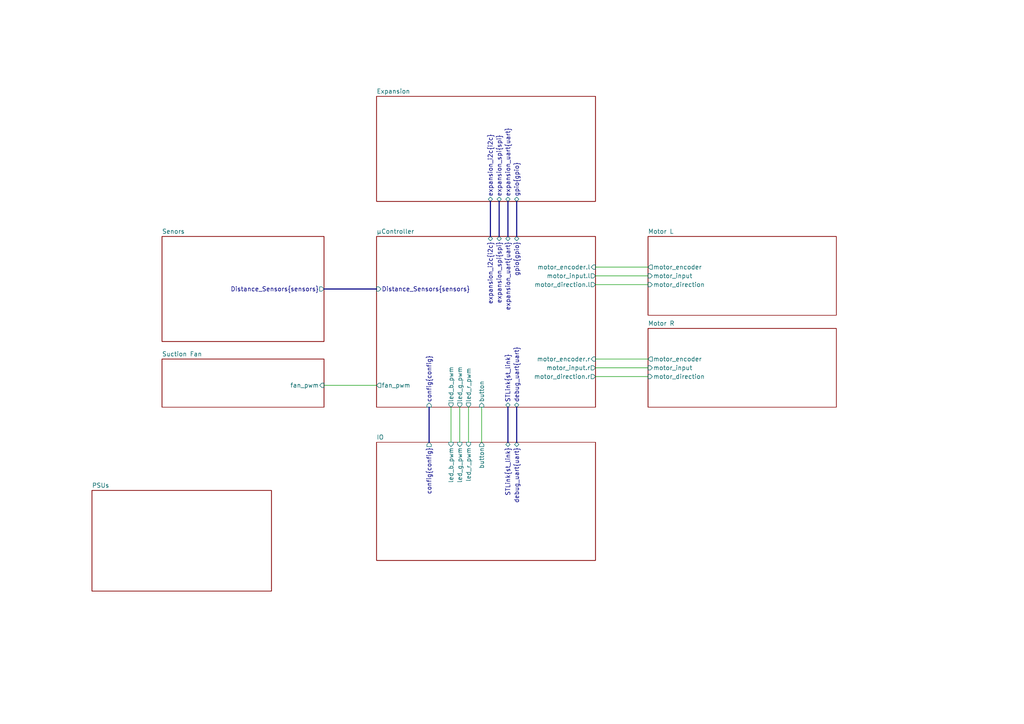
<source format=kicad_sch>
(kicad_sch
	(version 20231120)
	(generator "eeschema")
	(generator_version "8.0")
	(uuid "3c62a891-8863-466e-8190-19a2bda18860")
	(paper "A4")
	(lib_symbols)
	(bus_alias "config"
		(members)
	)
	(bus_alias "sensors"
		(members "sensor1" "sensor2" "sensor3" "sensor4" "sensor5" "sensor6" "sensor7")
	)
	(wire
		(pts
			(xy 172.72 106.68) (xy 187.96 106.68)
		)
		(stroke
			(width 0)
			(type default)
		)
		(uuid "06e571b9-1626-47e0-a23b-f9aa7964344a")
	)
	(wire
		(pts
			(xy 133.35 118.11) (xy 133.35 128.27)
		)
		(stroke
			(width 0)
			(type default)
		)
		(uuid "0968524e-93c2-427f-9263-9f43e0daebed")
	)
	(bus
		(pts
			(xy 149.86 118.11) (xy 149.86 128.27)
		)
		(stroke
			(width 0)
			(type default)
		)
		(uuid "0aad5251-3c8c-471f-ab1a-78baf9e60867")
	)
	(wire
		(pts
			(xy 135.89 118.11) (xy 135.89 128.27)
		)
		(stroke
			(width 0)
			(type default)
		)
		(uuid "13b1c418-8921-4450-9644-e30182b827be")
	)
	(wire
		(pts
			(xy 172.72 77.47) (xy 187.96 77.47)
		)
		(stroke
			(width 0)
			(type default)
		)
		(uuid "17870f6f-236e-4418-a425-051017c9383e")
	)
	(wire
		(pts
			(xy 139.7 118.11) (xy 139.7 128.27)
		)
		(stroke
			(width 0)
			(type default)
		)
		(uuid "1eb4b318-eb57-4c0f-a5e3-d783bc46f7a3")
	)
	(wire
		(pts
			(xy 130.81 118.11) (xy 130.81 128.27)
		)
		(stroke
			(width 0)
			(type default)
		)
		(uuid "22326c48-044e-4757-8f13-6bc96eac8edd")
	)
	(wire
		(pts
			(xy 172.72 109.22) (xy 187.96 109.22)
		)
		(stroke
			(width 0)
			(type default)
		)
		(uuid "2fabb15a-54cd-472b-b12a-0181a3e0c4c8")
	)
	(wire
		(pts
			(xy 93.98 111.76) (xy 109.22 111.76)
		)
		(stroke
			(width 0)
			(type default)
		)
		(uuid "3b1abda9-5e1d-43ed-abe8-58d0e9d7ff04")
	)
	(bus
		(pts
			(xy 124.46 118.11) (xy 124.46 128.27)
		)
		(stroke
			(width 0)
			(type default)
		)
		(uuid "50d3bd0c-2af7-4e48-b9b7-cd6fcfbb3eab")
	)
	(wire
		(pts
			(xy 172.72 80.01) (xy 187.96 80.01)
		)
		(stroke
			(width 0)
			(type default)
		)
		(uuid "5619e81c-916c-445d-837d-ab49ad3720f8")
	)
	(bus
		(pts
			(xy 147.32 58.42) (xy 147.32 68.58)
		)
		(stroke
			(width 0)
			(type default)
		)
		(uuid "63cea41d-f408-4c3b-8354-d773a5a8ed78")
	)
	(wire
		(pts
			(xy 172.72 104.14) (xy 187.96 104.14)
		)
		(stroke
			(width 0)
			(type default)
		)
		(uuid "886da8b5-1193-4bc5-8b5a-4364d06be832")
	)
	(bus
		(pts
			(xy 93.98 83.82) (xy 109.22 83.82)
		)
		(stroke
			(width 0)
			(type default)
		)
		(uuid "897d72c0-933f-449d-b2e1-dd6007ac03bd")
	)
	(bus
		(pts
			(xy 144.78 58.42) (xy 144.78 68.58)
		)
		(stroke
			(width 0)
			(type default)
		)
		(uuid "8d8f3c1d-2e9f-4052-a8a6-d66af63d3bf9")
	)
	(bus
		(pts
			(xy 142.24 58.42) (xy 142.24 68.58)
		)
		(stroke
			(width 0)
			(type default)
		)
		(uuid "f76d688f-7725-4618-a9a9-26137f3da939")
	)
	(bus
		(pts
			(xy 147.32 118.11) (xy 147.32 128.27)
		)
		(stroke
			(width 0)
			(type default)
		)
		(uuid "f84e6937-394f-4d8b-a852-6295b8d67e98")
	)
	(wire
		(pts
			(xy 172.72 82.55) (xy 187.96 82.55)
		)
		(stroke
			(width 0)
			(type default)
		)
		(uuid "fc9a5a4f-caca-49db-84fe-98140fecbb5c")
	)
	(bus
		(pts
			(xy 149.86 58.42) (xy 149.86 68.58)
		)
		(stroke
			(width 0)
			(type default)
		)
		(uuid "ff2d91e6-04ef-4e43-b775-493767dd54ae")
	)
	(sheet
		(at 46.99 104.14)
		(size 46.99 13.97)
		(fields_autoplaced yes)
		(stroke
			(width 0.1524)
			(type solid)
		)
		(fill
			(color 0 0 0 0.0000)
		)
		(uuid "31228238-3449-4aa3-9d27-95de311d5aed")
		(property "Sheetname" "Suction Fan"
			(at 46.99 103.4284 0)
			(effects
				(font
					(size 1.27 1.27)
				)
				(justify left bottom)
			)
		)
		(property "Sheetfile" "subschematics/fan.kicad_sch"
			(at 46.99 118.6946 0)
			(effects
				(font
					(size 1.27 1.27)
				)
				(justify left top)
				(hide yes)
			)
		)
		(pin "fan_pwm" input
			(at 93.98 111.76 0)
			(effects
				(font
					(size 1.27 1.27)
				)
				(justify right)
			)
			(uuid "a67dd16f-e70e-47c0-af49-63602e15384d")
		)
		(instances
			(project "µMouse"
				(path "/3c62a891-8863-466e-8190-19a2bda18860"
					(page "6")
				)
			)
		)
	)
	(sheet
		(at 109.22 27.94)
		(size 63.5 30.48)
		(fields_autoplaced yes)
		(stroke
			(width 0.1524)
			(type solid)
		)
		(fill
			(color 0 0 0 0.0000)
		)
		(uuid "3457b899-9e5c-4e63-aa11-358a50e1625e")
		(property "Sheetname" "Expansion"
			(at 109.22 27.2284 0)
			(effects
				(font
					(size 1.27 1.27)
				)
				(justify left bottom)
			)
		)
		(property "Sheetfile" "subschematics/expansion.kicad_sch"
			(at 109.22 59.0046 0)
			(effects
				(font
					(size 1.27 1.27)
				)
				(justify left top)
				(hide yes)
			)
		)
		(pin "gpio{gpio}" bidirectional
			(at 149.86 58.42 270)
			(effects
				(font
					(size 1.27 1.27)
				)
				(justify left)
			)
			(uuid "20308992-28dc-422f-81ce-67cf8a9e9013")
		)
		(pin "expansion_uart{uart}" bidirectional
			(at 147.32 58.42 270)
			(effects
				(font
					(size 1.27 1.27)
				)
				(justify left)
			)
			(uuid "afc64c9b-ddd8-46a0-86c9-d6c2a6e39885")
		)
		(pin "expansion_i2c{i2c}" bidirectional
			(at 142.24 58.42 270)
			(effects
				(font
					(size 1.27 1.27)
				)
				(justify left)
			)
			(uuid "699a25d2-16f4-4b49-996a-a73c65352a03")
		)
		(pin "expansion_spi{spi}" bidirectional
			(at 144.78 58.42 270)
			(effects
				(font
					(size 1.27 1.27)
				)
				(justify left)
			)
			(uuid "efc498b9-856b-4932-8f50-69f8d526735c")
		)
		(instances
			(project "µMouse"
				(path "/3c62a891-8863-466e-8190-19a2bda18860"
					(page "5")
				)
			)
		)
	)
	(sheet
		(at 109.22 68.58)
		(size 63.5 49.53)
		(fields_autoplaced yes)
		(stroke
			(width 0.1524)
			(type solid)
		)
		(fill
			(color 0 0 0 0.0000)
		)
		(uuid "56ae1f4c-79d6-457b-8d25-514507f0f5ea")
		(property "Sheetname" "µController"
			(at 109.22 67.8684 0)
			(effects
				(font
					(size 1.27 1.27)
				)
				(justify left bottom)
			)
		)
		(property "Sheetfile" "subschematics/µcontroller.kicad_sch"
			(at 109.22 118.6946 0)
			(effects
				(font
					(size 1.27 1.27)
				)
				(justify left top)
				(hide yes)
			)
		)
		(pin "motor_encoder.l" input
			(at 172.72 77.47 0)
			(effects
				(font
					(size 1.27 1.27)
				)
				(justify right)
			)
			(uuid "16bb7387-783c-4e2c-a485-fd4baf0f4a2c")
		)
		(pin "motor_input.l" output
			(at 172.72 80.01 0)
			(effects
				(font
					(size 1.27 1.27)
				)
				(justify right)
			)
			(uuid "59a074b7-0097-406a-8181-90c95103f71d")
		)
		(pin "motor_encoder.r" input
			(at 172.72 104.14 0)
			(effects
				(font
					(size 1.27 1.27)
				)
				(justify right)
			)
			(uuid "11410484-8715-4359-94eb-4b29409e2c03")
		)
		(pin "motor_input.r" output
			(at 172.72 106.68 0)
			(effects
				(font
					(size 1.27 1.27)
				)
				(justify right)
			)
			(uuid "8f9c31fa-e76b-488c-8fa5-4bcb29d45135")
		)
		(pin "fan_pwm" output
			(at 109.22 111.76 180)
			(effects
				(font
					(size 1.27 1.27)
				)
				(justify left)
			)
			(uuid "7e5f51f8-7990-4f3f-97cf-b614ad8be93c")
		)
		(pin "motor_direction.l" output
			(at 172.72 82.55 0)
			(effects
				(font
					(size 1.27 1.27)
				)
				(justify right)
			)
			(uuid "03aa4214-ff3e-4719-9c93-5829e30098fe")
		)
		(pin "motor_direction.r" output
			(at 172.72 109.22 0)
			(effects
				(font
					(size 1.27 1.27)
				)
				(justify right)
			)
			(uuid "32d2e4f7-e517-4d27-ad13-d2e3d77a8c49")
		)
		(pin "button" input
			(at 139.7 118.11 270)
			(effects
				(font
					(size 1.27 1.27)
				)
				(justify left)
			)
			(uuid "617dfdc2-b116-486b-9a09-8afd0c2f968f")
		)
		(pin "led_r_pwm" output
			(at 135.89 118.11 270)
			(effects
				(font
					(size 1.27 1.27)
				)
				(justify left)
			)
			(uuid "cf806c4e-1a93-4156-9f66-6e421f0f5da4")
		)
		(pin "led_g_pwm" output
			(at 133.35 118.11 270)
			(effects
				(font
					(size 1.27 1.27)
				)
				(justify left)
			)
			(uuid "550bff9f-37fa-44db-ac98-12a7543cbf1c")
		)
		(pin "led_b_pwm" output
			(at 130.81 118.11 270)
			(effects
				(font
					(size 1.27 1.27)
				)
				(justify left)
			)
			(uuid "e441d45e-e9b2-43df-9065-db6ddb78836c")
		)
		(pin "config{config}" input
			(at 124.46 118.11 270)
			(effects
				(font
					(size 1.27 1.27)
				)
				(justify left)
			)
			(uuid "26ef0b1d-7dc7-4cfe-946b-d27743028b84")
		)
		(pin "STLink{st_link}" bidirectional
			(at 147.32 118.11 270)
			(effects
				(font
					(size 1.27 1.27)
				)
				(justify left)
			)
			(uuid "7c386b0d-c591-4599-8d77-86020937f357")
		)
		(pin "Distance_Sensors{sensors}" input
			(at 109.22 83.82 180)
			(effects
				(font
					(size 1.27 1.27)
				)
				(justify left)
			)
			(uuid "aa930b32-9140-4d89-a140-473fde7cbceb")
		)
		(pin "debug_uart{uart}" bidirectional
			(at 149.86 118.11 270)
			(effects
				(font
					(size 1.27 1.27)
				)
				(justify left)
			)
			(uuid "3f6de231-6c62-49f4-adac-f970d084098f")
		)
		(pin "gpio{gpio}" bidirectional
			(at 149.86 68.58 90)
			(effects
				(font
					(size 1.27 1.27)
				)
				(justify right)
			)
			(uuid "24982af0-1f68-410f-88ad-03b42b5c8740")
		)
		(pin "expansion_uart{uart}" bidirectional
			(at 147.32 68.58 90)
			(effects
				(font
					(size 1.27 1.27)
				)
				(justify right)
			)
			(uuid "c836d04a-0120-490b-bf54-5972fbf352bb")
		)
		(pin "expansion_spi{spi}" bidirectional
			(at 144.78 68.58 90)
			(effects
				(font
					(size 1.27 1.27)
				)
				(justify right)
			)
			(uuid "8d683cb7-1cec-4bf0-b358-f731fc46e349")
		)
		(pin "expansion_i2c{i2c}" bidirectional
			(at 142.24 68.58 90)
			(effects
				(font
					(size 1.27 1.27)
				)
				(justify right)
			)
			(uuid "0681f581-71a8-4164-a84d-b9e47d4e3d09")
		)
		(instances
			(project "µMouse"
				(path "/3c62a891-8863-466e-8190-19a2bda18860"
					(page "2")
				)
			)
		)
	)
	(sheet
		(at 46.99 68.58)
		(size 46.99 30.48)
		(fields_autoplaced yes)
		(stroke
			(width 0.1524)
			(type solid)
		)
		(fill
			(color 0 0 0 0.0000)
		)
		(uuid "58e14703-59d8-4477-8312-094fdeb006e4")
		(property "Sheetname" "Senors"
			(at 46.99 67.8684 0)
			(effects
				(font
					(size 1.27 1.27)
				)
				(justify left bottom)
			)
		)
		(property "Sheetfile" "subschematics/sensors.kicad_sch"
			(at 46.99 99.6446 0)
			(effects
				(font
					(size 1.27 1.27)
				)
				(justify left top)
				(hide yes)
			)
		)
		(pin "Distance_Sensors{sensors}" output
			(at 93.98 83.82 0)
			(effects
				(font
					(size 1.27 1.27)
				)
				(justify right)
			)
			(uuid "1cbf7762-8346-456a-8070-d9fcd632d473")
		)
		(instances
			(project "µMouse"
				(path "/3c62a891-8863-466e-8190-19a2bda18860"
					(page "4")
				)
			)
		)
	)
	(sheet
		(at 187.96 68.58)
		(size 54.61 22.86)
		(fields_autoplaced yes)
		(stroke
			(width 0.1524)
			(type solid)
		)
		(fill
			(color 0 0 0 0.0000)
		)
		(uuid "8cc544a1-d412-46af-9750-451fa58f2b37")
		(property "Sheetname" "Motor L"
			(at 187.96 67.8684 0)
			(effects
				(font
					(size 1.27 1.27)
				)
				(justify left bottom)
			)
		)
		(property "Sheetfile" "subschematics/motor.kicad_sch"
			(at 187.96 92.0246 0)
			(effects
				(font
					(size 1.27 1.27)
				)
				(justify left top)
				(hide yes)
			)
		)
		(pin "motor_encoder" output
			(at 187.96 77.47 180)
			(effects
				(font
					(size 1.27 1.27)
				)
				(justify left)
			)
			(uuid "7ae0dd95-89a6-4b58-a65c-4a376ff298cb")
		)
		(pin "motor_input" input
			(at 187.96 80.01 180)
			(effects
				(font
					(size 1.27 1.27)
				)
				(justify left)
			)
			(uuid "d542822c-64c1-42fc-be1e-50fbad33af7a")
		)
		(pin "motor_direction" input
			(at 187.96 82.55 180)
			(effects
				(font
					(size 1.27 1.27)
				)
				(justify left)
			)
			(uuid "ea8eda73-e9d3-43b5-9769-1befd50ad015")
		)
		(instances
			(project "µMouse"
				(path "/3c62a891-8863-466e-8190-19a2bda18860"
					(page "7")
				)
			)
		)
	)
	(sheet
		(at 187.96 95.25)
		(size 54.61 22.86)
		(fields_autoplaced yes)
		(stroke
			(width 0.1524)
			(type solid)
		)
		(fill
			(color 0 0 0 0.0000)
		)
		(uuid "9257cab7-21c5-42b0-aa77-a797ab8818cb")
		(property "Sheetname" "Motor R"
			(at 187.96 94.5384 0)
			(effects
				(font
					(size 1.27 1.27)
				)
				(justify left bottom)
			)
		)
		(property "Sheetfile" "subschematics/motor.kicad_sch"
			(at 187.96 118.6946 0)
			(effects
				(font
					(size 1.27 1.27)
				)
				(justify left top)
				(hide yes)
			)
		)
		(pin "motor_encoder" output
			(at 187.96 104.14 180)
			(effects
				(font
					(size 1.27 1.27)
				)
				(justify left)
			)
			(uuid "23e03294-90bb-496f-b1e7-aaea94cac4f6")
		)
		(pin "motor_input" input
			(at 187.96 106.68 180)
			(effects
				(font
					(size 1.27 1.27)
				)
				(justify left)
			)
			(uuid "57d72be6-78f0-4b53-9371-97082a993278")
		)
		(pin "motor_direction" input
			(at 187.96 109.22 180)
			(effects
				(font
					(size 1.27 1.27)
				)
				(justify left)
			)
			(uuid "ae6bcec4-9d41-4319-b50b-7e32df1463f4")
		)
		(instances
			(project "µMouse"
				(path "/3c62a891-8863-466e-8190-19a2bda18860"
					(page "8")
				)
			)
		)
	)
	(sheet
		(at 26.67 142.24)
		(size 52.07 29.21)
		(fields_autoplaced yes)
		(stroke
			(width 0.1524)
			(type solid)
		)
		(fill
			(color 0 0 0 0.0000)
		)
		(uuid "f5b179b0-c233-4b3c-97ca-fc425d5df3b3")
		(property "Sheetname" "PSUs"
			(at 26.67 141.5284 0)
			(effects
				(font
					(size 1.27 1.27)
				)
				(justify left bottom)
			)
		)
		(property "Sheetfile" "subschematics/power.kicad_sch"
			(at 26.67 172.0346 0)
			(effects
				(font
					(size 1.27 1.27)
				)
				(justify left top)
				(hide yes)
			)
		)
		(instances
			(project "µMouse"
				(path "/3c62a891-8863-466e-8190-19a2bda18860"
					(page "9")
				)
			)
		)
	)
	(sheet
		(at 109.22 128.27)
		(size 63.5 34.29)
		(fields_autoplaced yes)
		(stroke
			(width 0.1524)
			(type solid)
		)
		(fill
			(color 0 0 0 0.0000)
		)
		(uuid "f8d36680-f3c6-4fe1-ac1d-586f2660ef54")
		(property "Sheetname" "IO"
			(at 109.22 127.5584 0)
			(effects
				(font
					(size 1.27 1.27)
				)
				(justify left bottom)
			)
		)
		(property "Sheetfile" "subschematics/io.kicad_sch"
			(at 109.22 163.1446 0)
			(effects
				(font
					(size 1.27 1.27)
				)
				(justify left top)
				(hide yes)
			)
		)
		(pin "led_b_pwm" input
			(at 130.81 128.27 90)
			(effects
				(font
					(size 1.27 1.27)
				)
				(justify right)
			)
			(uuid "836bc86e-b93d-45c9-81b8-1dba6e6f2ded")
		)
		(pin "button" output
			(at 139.7 128.27 90)
			(effects
				(font
					(size 1.27 1.27)
				)
				(justify right)
			)
			(uuid "5a51920f-23e7-40b8-9e9c-cd62fbd96cba")
		)
		(pin "led_g_pwm" input
			(at 133.35 128.27 90)
			(effects
				(font
					(size 1.27 1.27)
				)
				(justify right)
			)
			(uuid "0dd5b17b-8ca8-44d7-9aac-2898b80046a6")
		)
		(pin "led_r_pwm" input
			(at 135.89 128.27 90)
			(effects
				(font
					(size 1.27 1.27)
				)
				(justify right)
			)
			(uuid "29804152-16a1-4194-9145-18f91d370240")
		)
		(pin "config{config}" output
			(at 124.46 128.27 90)
			(effects
				(font
					(size 1.27 1.27)
				)
				(justify right)
			)
			(uuid "97ead708-23bc-4378-be78-b2a6978aec65")
		)
		(pin "STLink{st_link}" bidirectional
			(at 147.32 128.27 90)
			(effects
				(font
					(size 1.27 1.27)
				)
				(justify right)
			)
			(uuid "20b8da7d-785c-463f-9041-f812696ce3da")
		)
		(pin "debug_uart{uart}" bidirectional
			(at 149.86 128.27 90)
			(effects
				(font
					(size 1.27 1.27)
				)
				(justify right)
			)
			(uuid "10c73f94-7ffc-4ffe-8f4c-d2037b8654b9")
		)
		(instances
			(project "µMouse"
				(path "/3c62a891-8863-466e-8190-19a2bda18860"
					(page "3")
				)
			)
		)
	)
	(sheet_instances
		(path "/"
			(page "1")
		)
	)
)

</source>
